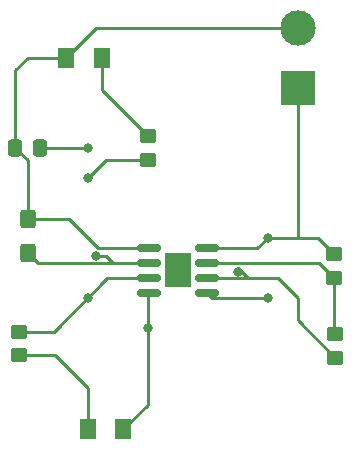
<source format=gbr>
%TF.GenerationSoftware,KiCad,Pcbnew,(6.0.10)*%
%TF.CreationDate,2023-02-16T14:40:30-08:00*%
%TF.ProjectId,Lab 4 555 timer,4c616220-3420-4353-9535-2074696d6572,rev?*%
%TF.SameCoordinates,Original*%
%TF.FileFunction,Copper,L1,Top*%
%TF.FilePolarity,Positive*%
%FSLAX46Y46*%
G04 Gerber Fmt 4.6, Leading zero omitted, Abs format (unit mm)*
G04 Created by KiCad (PCBNEW (6.0.10)) date 2023-02-16 14:40:30*
%MOMM*%
%LPD*%
G01*
G04 APERTURE LIST*
G04 Aperture macros list*
%AMRoundRect*
0 Rectangle with rounded corners*
0 $1 Rounding radius*
0 $2 $3 $4 $5 $6 $7 $8 $9 X,Y pos of 4 corners*
0 Add a 4 corners polygon primitive as box body*
4,1,4,$2,$3,$4,$5,$6,$7,$8,$9,$2,$3,0*
0 Add four circle primitives for the rounded corners*
1,1,$1+$1,$2,$3*
1,1,$1+$1,$4,$5*
1,1,$1+$1,$6,$7*
1,1,$1+$1,$8,$9*
0 Add four rect primitives between the rounded corners*
20,1,$1+$1,$2,$3,$4,$5,0*
20,1,$1+$1,$4,$5,$6,$7,0*
20,1,$1+$1,$6,$7,$8,$9,0*
20,1,$1+$1,$8,$9,$2,$3,0*%
G04 Aperture macros list end*
%TA.AperFunction,SMDPad,CuDef*%
%ADD10RoundRect,0.250001X-0.462499X-0.624999X0.462499X-0.624999X0.462499X0.624999X-0.462499X0.624999X0*%
%TD*%
%TA.AperFunction,SMDPad,CuDef*%
%ADD11RoundRect,0.250000X-0.450000X0.350000X-0.450000X-0.350000X0.450000X-0.350000X0.450000X0.350000X0*%
%TD*%
%TA.AperFunction,SMDPad,CuDef*%
%ADD12RoundRect,0.250000X0.450000X-0.350000X0.450000X0.350000X-0.450000X0.350000X-0.450000X-0.350000X0*%
%TD*%
%TA.AperFunction,SMDPad,CuDef*%
%ADD13RoundRect,0.150000X-0.825000X-0.150000X0.825000X-0.150000X0.825000X0.150000X-0.825000X0.150000X0*%
%TD*%
%TA.AperFunction,SMDPad,CuDef*%
%ADD14R,2.290000X3.000000*%
%TD*%
%TA.AperFunction,SMDPad,CuDef*%
%ADD15RoundRect,0.250000X0.425000X-0.537500X0.425000X0.537500X-0.425000X0.537500X-0.425000X-0.537500X0*%
%TD*%
%TA.AperFunction,ComponentPad*%
%ADD16R,3.000000X3.000000*%
%TD*%
%TA.AperFunction,ComponentPad*%
%ADD17C,3.000000*%
%TD*%
%TA.AperFunction,SMDPad,CuDef*%
%ADD18RoundRect,0.250000X0.337500X0.475000X-0.337500X0.475000X-0.337500X-0.475000X0.337500X-0.475000X0*%
%TD*%
%TA.AperFunction,ViaPad*%
%ADD19C,0.800000*%
%TD*%
%TA.AperFunction,Conductor*%
%ADD20C,0.250000*%
%TD*%
G04 APERTURE END LIST*
D10*
%TO.P,D2,1,K*%
%TO.N,GND*%
X135372500Y-63500000D03*
%TO.P,D2,2,A*%
%TO.N,Net-(D2-Pad2)*%
X138347500Y-63500000D03*
%TD*%
D11*
%TO.P,R1,1*%
%TO.N,+9V*%
X158040000Y-80130000D03*
%TO.P,R1,2*%
%TO.N,/pin_7*%
X158040000Y-82130000D03*
%TD*%
D12*
%TO.P,R3,1*%
%TO.N,Net-(D1-Pad1)*%
X131350000Y-88672936D03*
%TO.P,R3,2*%
%TO.N,/pin_3*%
X131350000Y-86672936D03*
%TD*%
D13*
%TO.P,U1,1,GND*%
%TO.N,GND*%
X142335000Y-79595000D03*
%TO.P,U1,2,TR*%
%TO.N,/pin_2*%
X142335000Y-80865000D03*
%TO.P,U1,3,Q*%
%TO.N,/pin_3*%
X142335000Y-82135000D03*
%TO.P,U1,4,R*%
%TO.N,+9V*%
X142335000Y-83405000D03*
%TO.P,U1,5,CV*%
%TO.N,Net-(C2-Pad1)*%
X147285000Y-83405000D03*
%TO.P,U1,6,THR*%
%TO.N,/pin_2*%
X147285000Y-82135000D03*
%TO.P,U1,7,DIS*%
%TO.N,/pin_7*%
X147285000Y-80865000D03*
%TO.P,U1,8,VCC*%
%TO.N,+9V*%
X147285000Y-79595000D03*
D14*
%TO.P,U1,9*%
%TO.N,N/C*%
X144810000Y-81500000D03*
%TD*%
D15*
%TO.P,C1,1*%
%TO.N,/pin_2*%
X132075000Y-80002500D03*
%TO.P,C1,2*%
%TO.N,GND*%
X132075000Y-77127500D03*
%TD*%
D10*
%TO.P,D1,1,K*%
%TO.N,Net-(D1-Pad1)*%
X137225000Y-94917500D03*
%TO.P,D1,2,A*%
%TO.N,+9V*%
X140200000Y-94917500D03*
%TD*%
D16*
%TO.P,J1,1,Pin_1*%
%TO.N,+9V*%
X154940000Y-66040000D03*
D17*
%TO.P,J1,2,Pin_2*%
%TO.N,GND*%
X154940000Y-60960000D03*
%TD*%
D18*
%TO.P,C2,1*%
%TO.N,Net-(C2-Pad1)*%
X133117500Y-71120000D03*
%TO.P,C2,2*%
%TO.N,GND*%
X131042500Y-71120000D03*
%TD*%
D11*
%TO.P,R2,1*%
%TO.N,/pin_7*%
X158145000Y-86900000D03*
%TO.P,R2,2*%
%TO.N,/pin_2*%
X158145000Y-88900000D03*
%TD*%
D12*
%TO.P,R4,1*%
%TO.N,/pin_3*%
X142240000Y-72120000D03*
%TO.P,R4,2*%
%TO.N,Net-(D2-Pad2)*%
X142240000Y-70120000D03*
%TD*%
D19*
%TO.N,/pin_2*%
X137884500Y-80307650D03*
X149860000Y-81589500D03*
%TO.N,Net-(C2-Pad1)*%
X152400000Y-83820000D03*
X137160000Y-71120000D03*
%TO.N,+9V*%
X142240000Y-86360000D03*
X152400000Y-78740000D03*
%TO.N,/pin_3*%
X137160000Y-83820000D03*
X137160000Y-73660000D03*
%TD*%
D20*
%TO.N,+9V*%
X154940000Y-78740000D02*
X154940000Y-66040000D01*
%TO.N,/pin_2*%
X150715000Y-82135000D02*
X153255000Y-82135000D01*
X149895000Y-81315000D02*
X149860000Y-81315000D01*
X154940000Y-83820000D02*
X154940000Y-85695000D01*
X150715000Y-82135000D02*
X149895000Y-81315000D01*
X153255000Y-82135000D02*
X154940000Y-83820000D01*
X138727650Y-80307650D02*
X137884500Y-80307650D01*
X139285000Y-80865000D02*
X142335000Y-80865000D01*
X132937500Y-80865000D02*
X139285000Y-80865000D01*
X154940000Y-85695000D02*
X158145000Y-88900000D01*
X147285000Y-82135000D02*
X150715000Y-82135000D01*
X132075000Y-80002500D02*
X132937500Y-80865000D01*
X139285000Y-80865000D02*
X138727650Y-80307650D01*
X149860000Y-81315000D02*
X149860000Y-81589500D01*
%TO.N,GND*%
X131042500Y-71120000D02*
X132075000Y-72152500D01*
X131042500Y-64537500D02*
X131042500Y-71120000D01*
X137912500Y-60960000D02*
X135372500Y-63500000D01*
X132075000Y-72152500D02*
X132075000Y-77127500D01*
X135372500Y-63500000D02*
X132080000Y-63500000D01*
X138015000Y-79595000D02*
X142335000Y-79595000D01*
X132080000Y-63500000D02*
X131042500Y-64537500D01*
X132075000Y-77127500D02*
X135547500Y-77127500D01*
X154940000Y-60960000D02*
X137912500Y-60960000D01*
X135547500Y-77127500D02*
X138015000Y-79595000D01*
%TO.N,Net-(C2-Pad1)*%
X152400000Y-83820000D02*
X147700000Y-83820000D01*
X133117500Y-71120000D02*
X134620000Y-71120000D01*
X147700000Y-83820000D02*
X147285000Y-83405000D01*
X134620000Y-71120000D02*
X137160000Y-71120000D01*
%TO.N,Net-(D1-Pad1)*%
X137225000Y-94917500D02*
X137160000Y-94852500D01*
X137160000Y-91440000D02*
X134392936Y-88672936D01*
X137160000Y-94852500D02*
X137160000Y-91440000D01*
X134392936Y-88672936D02*
X131350000Y-88672936D01*
%TO.N,+9V*%
X151545000Y-79595000D02*
X152400000Y-78740000D01*
X156650000Y-78740000D02*
X154940000Y-78740000D01*
X152400000Y-78740000D02*
X154940000Y-78740000D01*
X142240000Y-92877500D02*
X142240000Y-83500000D01*
X151545000Y-79595000D02*
X147285000Y-79595000D01*
X142240000Y-83500000D02*
X142335000Y-83405000D01*
X140200000Y-94917500D02*
X142240000Y-92877500D01*
X156650000Y-78740000D02*
X158040000Y-80130000D01*
%TO.N,Net-(D2-Pad2)*%
X138347500Y-66227500D02*
X138347500Y-63500000D01*
X142240000Y-70120000D02*
X138347500Y-66227500D01*
%TO.N,/pin_7*%
X158040000Y-82130000D02*
X156775000Y-80865000D01*
X158040000Y-86795000D02*
X158040000Y-82130000D01*
X158145000Y-86900000D02*
X158040000Y-86795000D01*
X156775000Y-80865000D02*
X147285000Y-80865000D01*
%TO.N,/pin_3*%
X131350000Y-86672936D02*
X134307064Y-86672936D01*
X134307064Y-86672936D02*
X138845000Y-82135000D01*
X142240000Y-72120000D02*
X138700000Y-72120000D01*
X138845000Y-82135000D02*
X142335000Y-82135000D01*
X138700000Y-72120000D02*
X137160000Y-73660000D01*
%TD*%
M02*

</source>
